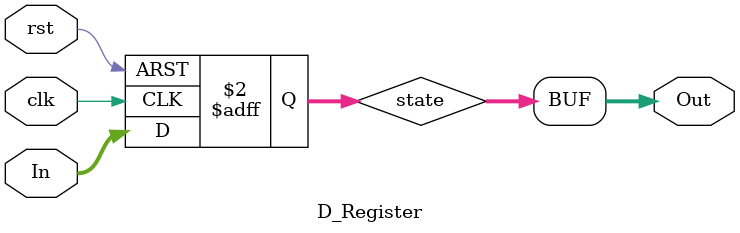
<source format=sv>
module D_Register #(parameter N=6)(input [N-1:0] In, input clk,rst, output [N-1:0] Out);

	logic [N-1:0] state;
	
	always_ff @(posedge clk or posedge rst)begin
		if(rst)state=0;
		else state=In;
	end
	assign Out=state;

endmodule 
</source>
